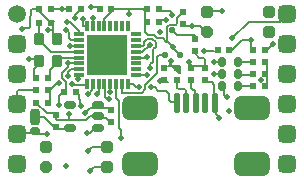
<source format=gtl>
G04*
G04 #@! TF.GenerationSoftware,Altium Limited,Altium Designer,20.0.10 (225)*
G04*
G04 Layer_Physical_Order=1*
G04 Layer_Color=255*
%FSLAX44Y44*%
%MOMM*%
G71*
G01*
G75*
%ADD12C,0.2000*%
%ADD13C,0.1500*%
%ADD15R,0.6000X0.6000*%
%ADD16R,0.6000X0.6000*%
G04:AMPARAMS|DCode=17|XSize=3mm|YSize=2mm|CornerRadius=0.5mm|HoleSize=0mm|Usage=FLASHONLY|Rotation=0.000|XOffset=0mm|YOffset=0mm|HoleType=Round|Shape=RoundedRectangle|*
%AMROUNDEDRECTD17*
21,1,3.0000,1.0000,0,0,0.0*
21,1,2.0000,2.0000,0,0,0.0*
1,1,1.0000,1.0000,-0.5000*
1,1,1.0000,-1.0000,-0.5000*
1,1,1.0000,-1.0000,0.5000*
1,1,1.0000,1.0000,0.5000*
%
%ADD17ROUNDEDRECTD17*%
G04:AMPARAMS|DCode=18|XSize=0.5mm|YSize=1.7mm|CornerRadius=0mm|HoleSize=0mm|Usage=FLASHONLY|Rotation=180.000|XOffset=0mm|YOffset=0mm|HoleType=Round|Shape=Octagon|*
%AMOCTAGOND18*
4,1,8,0.1250,-0.8500,-0.1250,-0.8500,-0.2500,-0.7250,-0.2500,0.7250,-0.1250,0.8500,0.1250,0.8500,0.2500,0.7250,0.2500,-0.7250,0.1250,-0.8500,0.0*
%
%ADD18OCTAGOND18*%

G04:AMPARAMS|DCode=19|XSize=0.5mm|YSize=1.7mm|CornerRadius=0.125mm|HoleSize=0mm|Usage=FLASHONLY|Rotation=180.000|XOffset=0mm|YOffset=0mm|HoleType=Round|Shape=RoundedRectangle|*
%AMROUNDEDRECTD19*
21,1,0.5000,1.4500,0,0,180.0*
21,1,0.2500,1.7000,0,0,180.0*
1,1,0.2500,-0.1250,0.7250*
1,1,0.2500,0.1250,0.7250*
1,1,0.2500,0.1250,-0.7250*
1,1,0.2500,-0.1250,-0.7250*
%
%ADD19ROUNDEDRECTD19*%
G04:AMPARAMS|DCode=20|XSize=1mm|YSize=1mm|CornerRadius=0mm|HoleSize=0mm|Usage=FLASHONLY|Rotation=90.000|XOffset=0mm|YOffset=0mm|HoleType=Round|Shape=Octagon|*
%AMOCTAGOND20*
4,1,8,0.2500,0.5000,-0.2500,0.5000,-0.5000,0.2500,-0.5000,-0.2500,-0.2500,-0.5000,0.2500,-0.5000,0.5000,-0.2500,0.5000,0.2500,0.2500,0.5000,0.0*
%
%ADD20OCTAGOND20*%

G04:AMPARAMS|DCode=21|XSize=1mm|YSize=1mm|CornerRadius=0.25mm|HoleSize=0mm|Usage=FLASHONLY|Rotation=90.000|XOffset=0mm|YOffset=0mm|HoleType=Round|Shape=RoundedRectangle|*
%AMROUNDEDRECTD21*
21,1,1.0000,0.5000,0,0,90.0*
21,1,0.5000,1.0000,0,0,90.0*
1,1,0.5000,0.2500,0.2500*
1,1,0.5000,0.2500,-0.2500*
1,1,0.5000,-0.2500,-0.2500*
1,1,0.5000,-0.2500,0.2500*
%
%ADD21ROUNDEDRECTD21*%
G04:AMPARAMS|DCode=22|XSize=0.3mm|YSize=0.9mm|CornerRadius=0.075mm|HoleSize=0mm|Usage=FLASHONLY|Rotation=90.000|XOffset=0mm|YOffset=0mm|HoleType=Round|Shape=RoundedRectangle|*
%AMROUNDEDRECTD22*
21,1,0.3000,0.7500,0,0,90.0*
21,1,0.1500,0.9000,0,0,90.0*
1,1,0.1500,0.3750,0.0750*
1,1,0.1500,0.3750,-0.0750*
1,1,0.1500,-0.3750,-0.0750*
1,1,0.1500,-0.3750,0.0750*
%
%ADD22ROUNDEDRECTD22*%
G04:AMPARAMS|DCode=23|XSize=0.3mm|YSize=0.9mm|CornerRadius=0.075mm|HoleSize=0mm|Usage=FLASHONLY|Rotation=180.000|XOffset=0mm|YOffset=0mm|HoleType=Round|Shape=RoundedRectangle|*
%AMROUNDEDRECTD23*
21,1,0.3000,0.7500,0,0,180.0*
21,1,0.1500,0.9000,0,0,180.0*
1,1,0.1500,-0.0750,0.3750*
1,1,0.1500,0.0750,0.3750*
1,1,0.1500,0.0750,-0.3750*
1,1,0.1500,-0.0750,-0.3750*
%
%ADD23ROUNDEDRECTD23*%
%ADD24R,3.4000X3.4000*%
G04:AMPARAMS|DCode=25|XSize=0.6mm|YSize=0.8mm|CornerRadius=0.15mm|HoleSize=0mm|Usage=FLASHONLY|Rotation=180.000|XOffset=0mm|YOffset=0mm|HoleType=Round|Shape=RoundedRectangle|*
%AMROUNDEDRECTD25*
21,1,0.6000,0.5000,0,0,180.0*
21,1,0.3000,0.8000,0,0,180.0*
1,1,0.3000,-0.1500,0.2500*
1,1,0.3000,0.1500,0.2500*
1,1,0.3000,0.1500,-0.2500*
1,1,0.3000,-0.1500,-0.2500*
%
%ADD25ROUNDEDRECTD25*%
G04:AMPARAMS|DCode=26|XSize=0.7mm|YSize=0.8mm|CornerRadius=0.175mm|HoleSize=0mm|Usage=FLASHONLY|Rotation=270.000|XOffset=0mm|YOffset=0mm|HoleType=Round|Shape=RoundedRectangle|*
%AMROUNDEDRECTD26*
21,1,0.7000,0.4500,0,0,270.0*
21,1,0.3500,0.8000,0,0,270.0*
1,1,0.3500,-0.2250,-0.1750*
1,1,0.3500,-0.2250,0.1750*
1,1,0.3500,0.2250,0.1750*
1,1,0.3500,0.2250,-0.1750*
%
%ADD26ROUNDEDRECTD26*%
G04:AMPARAMS|DCode=27|XSize=1.35mm|YSize=0.8mm|CornerRadius=0.2mm|HoleSize=0mm|Usage=FLASHONLY|Rotation=270.000|XOffset=0mm|YOffset=0mm|HoleType=Round|Shape=RoundedRectangle|*
%AMROUNDEDRECTD27*
21,1,1.3500,0.4000,0,0,270.0*
21,1,0.9500,0.8000,0,0,270.0*
1,1,0.4000,-0.2000,-0.4750*
1,1,0.4000,-0.2000,0.4750*
1,1,0.4000,0.2000,0.4750*
1,1,0.4000,0.2000,-0.4750*
%
%ADD27ROUNDEDRECTD27*%
G04:AMPARAMS|DCode=28|XSize=0.5mm|YSize=0.5mm|CornerRadius=0.125mm|HoleSize=0mm|Usage=FLASHONLY|Rotation=180.000|XOffset=0mm|YOffset=0mm|HoleType=Round|Shape=RoundedRectangle|*
%AMROUNDEDRECTD28*
21,1,0.5000,0.2500,0,0,180.0*
21,1,0.2500,0.5000,0,0,180.0*
1,1,0.2500,-0.1250,0.1250*
1,1,0.2500,0.1250,0.1250*
1,1,0.2500,0.1250,-0.1250*
1,1,0.2500,-0.1250,-0.1250*
%
%ADD28ROUNDEDRECTD28*%
G04:AMPARAMS|DCode=29|XSize=1mm|YSize=0.9mm|CornerRadius=0.225mm|HoleSize=0mm|Usage=FLASHONLY|Rotation=90.000|XOffset=0mm|YOffset=0mm|HoleType=Round|Shape=RoundedRectangle|*
%AMROUNDEDRECTD29*
21,1,1.0000,0.4500,0,0,90.0*
21,1,0.5500,0.9000,0,0,90.0*
1,1,0.4500,0.2250,0.2750*
1,1,0.4500,0.2250,-0.2750*
1,1,0.4500,-0.2250,-0.2750*
1,1,0.4500,-0.2250,0.2750*
%
%ADD29ROUNDEDRECTD29*%
G04:AMPARAMS|DCode=30|XSize=0.6mm|YSize=1mm|CornerRadius=0.15mm|HoleSize=0mm|Usage=FLASHONLY|Rotation=90.000|XOffset=0mm|YOffset=0mm|HoleType=Round|Shape=RoundedRectangle|*
%AMROUNDEDRECTD30*
21,1,0.6000,0.7000,0,0,90.0*
21,1,0.3000,1.0000,0,0,90.0*
1,1,0.3000,0.3500,0.1500*
1,1,0.3000,0.3500,-0.1500*
1,1,0.3000,-0.3500,-0.1500*
1,1,0.3000,-0.3500,0.1500*
%
%ADD30ROUNDEDRECTD30*%
G04:AMPARAMS|DCode=31|XSize=1.5mm|YSize=1.5mm|CornerRadius=0.375mm|HoleSize=0mm|Usage=FLASHONLY|Rotation=180.000|XOffset=0mm|YOffset=0mm|HoleType=Round|Shape=RoundedRectangle|*
%AMROUNDEDRECTD31*
21,1,1.5000,0.7500,0,0,180.0*
21,1,0.7500,1.5000,0,0,180.0*
1,1,0.7500,-0.3750,0.3750*
1,1,0.7500,0.3750,0.3750*
1,1,0.7500,0.3750,-0.3750*
1,1,0.7500,-0.3750,-0.3750*
%
%ADD31ROUNDEDRECTD31*%
%ADD32C,1.5000*%
%ADD33C,0.5000*%
%ADD34C,1.2000*%
D12*
X62253Y133257D02*
X62557Y132953D01*
X68547D01*
X69750Y131750D01*
X211858Y65608D02*
Y76500D01*
X211500Y65250D02*
X211858Y65608D01*
X140896Y117250D02*
X155000D01*
X140750Y117396D02*
X140896Y117250D01*
X137700Y77250D02*
Y83108D01*
X129000Y85000D02*
X130006Y86006D01*
X136750Y77250D02*
X137700D01*
X127454Y83108D02*
X137700D01*
X130006Y86006D02*
Y87504D01*
X127450Y83104D02*
X127454Y83108D01*
X129000Y85000D02*
X136750Y77250D01*
X132000Y99000D02*
Y99750D01*
X73950Y123346D02*
X82354Y131750D01*
X132000Y99000D02*
X136508Y94492D01*
Y93924D02*
X137854Y92578D01*
X108342Y112086D02*
Y130000D01*
X95000Y131750D02*
X108092D01*
X136508Y93924D02*
Y94492D01*
X107342Y131000D02*
X108342Y130000D01*
X127684Y104066D02*
X132000Y99750D01*
X126066Y104066D02*
X127684D01*
X211750Y76500D02*
Y86442D01*
X35500Y58104D02*
X41000Y63604D01*
X6492Y26892D02*
X16108D01*
X0Y20400D02*
X6492Y26892D01*
X53753Y49252D02*
X54500Y50000D01*
X53179Y50321D02*
X53750Y49750D01*
X50000Y61000D02*
X52000Y59000D01*
Y55817D02*
Y59000D01*
Y55817D02*
X53179Y54638D01*
Y50321D02*
Y54638D01*
X145750Y85544D02*
Y87000D01*
Y85544D02*
X146250Y85044D01*
X146257Y85051D01*
X216750Y102255D02*
X217011D01*
X197251Y66249D02*
X197500Y66000D01*
X186853Y66249D02*
X197251D01*
X49326Y124330D02*
Y126826D01*
X48752Y123756D02*
X49326Y124330D01*
X55450Y117700D02*
Y123500D01*
X44502Y120756D02*
X51950Y113308D01*
X42502Y120756D02*
X44502D01*
X63983Y120069D02*
Y123750D01*
X51950Y110500D02*
Y113308D01*
X18452Y131298D02*
X19250Y130500D01*
X12672Y131650D02*
X18804D01*
X11500Y130478D02*
X12672Y131650D01*
X11500Y126204D02*
Y130478D01*
X10500Y125204D02*
X11500Y126204D01*
X49326Y126826D02*
X54250Y131750D01*
X24896Y43354D02*
X33000D01*
X16000Y52250D02*
X24896Y43354D01*
X27558Y52504D02*
Y62750D01*
X33811Y69003D01*
X158200Y83104D02*
Y83104D01*
X150250Y94392D02*
X154105Y90537D01*
X157496D01*
X158750Y89283D01*
Y83104D02*
Y89283D01*
X61950Y-5500D02*
X65450Y-2000D01*
X76250D01*
X60125Y11625D02*
X60125D01*
X60000Y11750D02*
X60125Y11625D01*
X60000Y11500D02*
X63500Y15000D01*
X76250D01*
X4500Y114250D02*
Y114500D01*
X5500Y115500D01*
X9750D01*
X82354Y131750D02*
X95000D01*
Y127250D02*
Y131750D01*
X108092D02*
X108342Y132000D01*
X41000Y63604D02*
Y69750D01*
X35500Y50500D02*
Y58104D01*
X56750Y68179D02*
Y68500D01*
X56075Y67503D02*
X57954D01*
X45935Y67814D02*
X46246Y67503D01*
X46554D02*
X56075D01*
X46246D02*
X46554D01*
X57954D02*
X58950Y68500D01*
X46089Y67968D02*
X46554Y67503D01*
X23038Y39854D02*
X33000Y29892D01*
X22196Y39854D02*
X23038D01*
X22175Y39875D02*
X22196Y39854D01*
X15000Y39875D02*
X22175D01*
X43892Y29892D02*
X44250Y30250D01*
X33000Y29892D02*
X43892D01*
X44250Y37397D02*
X44397Y37250D01*
X44250D02*
X44397D01*
X33000Y38250D02*
Y43354D01*
X34000Y37250D02*
X44250D01*
X33000Y38250D02*
X34000Y37250D01*
X68700Y39000D02*
X74846D01*
X61821Y40750D02*
X68500D01*
Y40750D02*
X68750D01*
X44397Y37250D02*
X58321D01*
X61821Y40750D01*
X44250Y37397D02*
Y43000D01*
X51753Y72503D02*
Y75288D01*
X51750Y75290D02*
X51753Y75288D01*
X51750Y75290D02*
X51753Y75293D01*
X51750Y75295D02*
X51753Y75293D01*
X38250Y73076D02*
Y77815D01*
Y73076D02*
X40252Y71074D01*
Y70677D02*
Y71074D01*
Y70677D02*
X41090Y69840D01*
X33811Y69003D02*
X35252D01*
X16108Y26892D02*
X17000Y26000D01*
X15000Y28000D02*
X16108Y26892D01*
X17000Y26000D02*
X25000D01*
X86200Y30500D02*
Y53786D01*
X86250Y30500D02*
X87500Y29250D01*
Y22500D02*
Y29250D01*
X155000Y117250D02*
X161000Y111250D01*
X198146Y105587D02*
Y105646D01*
Y96250D02*
Y105587D01*
Y105646D02*
X198250Y105750D01*
X181000Y96000D02*
Y96250D01*
X211608Y97108D02*
X216750Y102250D01*
X211608Y96250D02*
Y97108D01*
X18842Y85842D02*
Y86658D01*
X16500Y89000D02*
X18842Y86658D01*
Y85842D02*
X19250Y86250D01*
X14142Y81142D02*
X18842Y85842D01*
X14142Y73500D02*
Y81142D01*
X51750Y75300D02*
X51753Y75298D01*
X51750Y75295D02*
X51753Y75298D01*
X211750Y86442D02*
X211808Y86500D01*
X27179Y121500D02*
X30808D01*
X19250Y129429D02*
X27179Y121500D01*
X19250Y129429D02*
Y130500D01*
X120972Y70753D02*
X121006D01*
X119861Y69642D02*
X120972Y70753D01*
X119861Y69642D02*
X127450D01*
X148200Y83108D02*
X158196D01*
X146257Y85051D02*
X148200Y83108D01*
X63503Y118055D02*
X64004Y117554D01*
X83950Y56036D02*
Y68500D01*
Y56036D02*
X86200Y53786D01*
X78754Y61503D02*
Y68304D01*
X74846Y39000D02*
X79700Y34146D01*
X123382Y106750D02*
X126066Y104066D01*
X78754Y68304D02*
X78950Y68500D01*
X115924Y109505D02*
X118679Y106750D01*
X110923Y109505D02*
X115924D01*
X108342Y112086D02*
X110923Y109505D01*
X118679Y106750D02*
X123382D01*
X173500Y129500D02*
X173750Y129750D01*
X158950Y129500D02*
X173500D01*
X60000Y11500D02*
Y11750D01*
X158196Y83108D02*
X158200Y83104D01*
X51750Y75300D02*
X51950Y75500D01*
X30622Y108878D02*
Y114000D01*
X25950Y114250D02*
X26200Y114000D01*
X30622D01*
Y108878D02*
X34200Y105300D01*
X186804Y86500D02*
X186804Y86500D01*
X198346D01*
X186804Y75500D02*
X198450D01*
X88950Y117500D02*
X88950Y117500D01*
X43200Y85500D02*
X51950D01*
X30622Y114000D02*
Y121500D01*
X43200Y82765D02*
Y85500D01*
X63950Y117500D02*
X64004Y117554D01*
X55650Y117500D02*
X58950D01*
X55450Y117700D02*
X55650Y117500D01*
X73950D02*
Y123346D01*
X158200Y69642D02*
X164796D01*
X166950Y67488D01*
X38250Y77815D02*
X43200Y82765D01*
X168000Y42370D02*
X170812Y39558D01*
X168000Y42370D02*
Y54250D01*
X166950D02*
Y67488D01*
X10000Y89000D02*
X16500D01*
X181000Y96250D02*
X190337Y105587D01*
X198146D01*
X9750Y115500D02*
X10500Y116250D01*
Y125204D01*
D13*
X126500Y110812D02*
Y116360D01*
Y110812D02*
X126882Y110430D01*
Y104882D02*
Y110430D01*
X126066Y104066D02*
X126882Y104882D01*
X121804Y121561D02*
X122500Y122257D01*
X126500Y116360D02*
X128550Y118410D01*
X133950D02*
X134180Y118180D01*
X122500Y122257D02*
X125764D01*
X128550Y118410D02*
X133950D01*
X121804Y120500D02*
Y121561D01*
X134180Y118180D02*
X135500Y119500D01*
Y123750D01*
X140750Y129000D01*
X135500Y109250D02*
X150250D01*
X134250Y110500D02*
X135500Y109250D01*
X132450Y112160D02*
X134180Y110430D01*
X129500Y130000D02*
X131506Y127994D01*
X121804Y130000D02*
X129500D01*
X131506Y126756D02*
Y127994D01*
X174250Y88054D02*
X174573Y87731D01*
X166250Y86500D02*
X173340D01*
X165750D02*
X166250D01*
X165500Y86250D02*
X166250D01*
X173340Y86500D02*
X173341Y86499D01*
X165500Y86250D02*
X165750Y86500D01*
X158500Y96250D02*
X166250D01*
X41700Y114250D02*
X44200Y111750D01*
X44502Y100255D02*
X44747Y100500D01*
X28500Y95500D02*
X51950D01*
X37927Y131650D02*
X42546D01*
X28804D02*
X37927D01*
X42546D02*
X42646Y131750D01*
X15700Y62750D02*
X15700Y62750D01*
X1000Y62750D02*
X15700D01*
X18700Y105300D02*
X28500Y95500D01*
X118000Y90750D02*
X119828Y92578D01*
X124900D01*
X118000Y77083D02*
Y90750D01*
X108195Y67278D02*
X118000Y77083D01*
X150788Y53462D02*
Y62000D01*
X149538Y63250D02*
X150788Y62000D01*
X149000Y63250D02*
X149538D01*
X136750Y64000D02*
X141750D01*
X135700Y65050D02*
Y69646D01*
X143250Y52000D02*
Y62500D01*
X141750Y64000D02*
X143250Y62500D01*
X135700Y65050D02*
X136750Y64000D01*
X147250Y65000D02*
X149000Y63250D01*
X147250Y65000D02*
Y69646D01*
X0Y50800D02*
Y61750D01*
X1000Y62750D01*
X196000Y121000D02*
X222600D01*
X228600Y127000D01*
X44200Y106750D02*
Y111750D01*
X66500Y31250D02*
X68750D01*
X62000Y26750D02*
X66500Y31250D01*
X59000Y26750D02*
X62000D01*
X43450Y74947D02*
Y78018D01*
X43250Y78218D02*
X43450Y78018D01*
X63725Y68275D02*
X63950Y68500D01*
X61000Y60000D02*
X63750Y62750D01*
Y68250D01*
X59858Y60000D02*
X61000D01*
X74254Y56753D02*
X76003Y55003D01*
X77754D01*
X32304Y84304D02*
Y84904D01*
X34200Y86800D02*
X37900Y90500D01*
X32304Y84304D02*
X34750Y86750D01*
X27604Y79604D02*
X32304Y84304D01*
X27604Y73500D02*
Y79604D01*
X108195Y63570D02*
Y67278D01*
X105413Y60788D02*
X108195Y63570D01*
X88962Y60788D02*
X105413D01*
X112892Y81500D02*
Y84892D01*
X109250Y90500D02*
X109750Y91000D01*
X116565Y65253D02*
X119568Y62250D01*
X113256Y65253D02*
X116565D01*
X126260Y62250D02*
X128593Y59917D01*
X119568Y62250D02*
X126260D01*
X100950Y75500D02*
X109700D01*
X100712Y65538D02*
X103445D01*
X97750Y68500D02*
X100712Y65538D01*
X88950Y60800D02*
X88962Y60788D01*
X68950Y60003D02*
Y68500D01*
X166250Y96250D02*
X166500Y96000D01*
X166750Y76500D02*
X172342D01*
X61608Y47608D02*
X79700D01*
X74003Y57003D02*
X74254Y56753D01*
X88950Y60800D02*
Y68500D01*
X74254Y56753D02*
X74256Y56750D01*
X74003Y57003D02*
Y64721D01*
X73879Y64846D02*
X74003Y64721D01*
X73879Y64846D02*
Y68429D01*
X44747Y100500D02*
X51950D01*
X172342Y76500D02*
X172500Y76342D01*
X73879Y68429D02*
X73950Y68500D01*
X117312Y99844D02*
Y103521D01*
X110288Y106255D02*
X114578D01*
X117312Y103521D01*
X100950Y100500D02*
X106572D01*
X107506Y101434D01*
Y103473D01*
X110288Y106255D01*
X115000Y97532D02*
X117312Y99844D01*
X112113Y101505D02*
X112255D01*
X106108Y95500D02*
X112113Y101505D01*
X115000Y87000D02*
Y97532D01*
X112892Y84892D02*
X115000Y87000D01*
X100950Y90500D02*
X109250D01*
X100950Y95500D02*
X106108D01*
X37900Y90500D02*
X51950D01*
X93950Y68500D02*
X93950Y68500D01*
X45450Y105500D02*
X51950D01*
X44200Y106750D02*
X45450Y105500D01*
X17346Y121500D02*
X18700Y120146D01*
Y105300D02*
Y120146D01*
X32304Y84904D02*
X34200Y86800D01*
X43250Y78218D02*
X45532Y80500D01*
X51950D01*
X78593Y46501D02*
X79700Y47608D01*
X172500Y75500D02*
Y76342D01*
X150788Y53462D02*
X151000Y53250D01*
X134950Y53300D02*
X135000Y53250D01*
X129835D02*
X135000D01*
X173342Y86500D02*
X174573Y87731D01*
X93950Y68500D02*
X97750D01*
X57753Y43752D02*
X61608Y47608D01*
X128593Y54493D02*
Y59917D01*
Y54493D02*
X129835Y53250D01*
X175342Y58908D02*
Y66500D01*
Y58908D02*
X177500Y56750D01*
X120750Y111750D02*
X120910Y111910D01*
X182000Y107000D02*
X196000Y121000D01*
D15*
X33000Y41750D02*
D03*
Y31750D02*
D03*
X79700Y35750D02*
D03*
Y45750D02*
D03*
X158750Y81500D02*
D03*
Y71500D02*
D03*
X124500Y81500D02*
D03*
Y71500D02*
D03*
X150250Y106250D02*
D03*
Y96250D02*
D03*
X140750Y119000D02*
D03*
Y129000D02*
D03*
X135700Y71250D02*
D03*
Y81250D02*
D03*
X147250Y71250D02*
D03*
Y81250D02*
D03*
D16*
X26000Y73500D02*
D03*
X16000D02*
D03*
X18750Y119500D02*
D03*
X28750D02*
D03*
X40000Y61000D02*
D03*
X50000D02*
D03*
X79750Y131750D02*
D03*
X69750D02*
D03*
X28804Y131650D02*
D03*
X18804D02*
D03*
X26000Y52250D02*
D03*
X16000D02*
D03*
X15700Y62750D02*
D03*
X25700D02*
D03*
X200000Y96750D02*
D03*
X210000D02*
D03*
X179750D02*
D03*
X169750D02*
D03*
X199950Y86500D02*
D03*
X209950D02*
D03*
X200000Y76500D02*
D03*
X210000D02*
D03*
X120250Y120250D02*
D03*
X110250D02*
D03*
X120200Y132000D02*
D03*
X110200D02*
D03*
X200000Y66250D02*
D03*
X210000D02*
D03*
X44250Y131750D02*
D03*
X54250D02*
D03*
D17*
X103900Y500D02*
D03*
Y48000D02*
D03*
X198600Y500D02*
D03*
Y48000D02*
D03*
D18*
X135250Y52000D02*
D03*
D19*
X151250D02*
D03*
X143250D02*
D03*
X159250D02*
D03*
X167250D02*
D03*
D20*
X24250Y-2000D02*
D03*
X161000Y112250D02*
D03*
D21*
X24250Y15000D02*
D03*
X76250Y-2000D02*
D03*
Y15000D02*
D03*
X161000Y129250D02*
D03*
X213000Y112250D02*
D03*
Y129250D02*
D03*
D22*
X51950Y80500D02*
D03*
Y75500D02*
D03*
Y85500D02*
D03*
Y95500D02*
D03*
Y90500D02*
D03*
Y105500D02*
D03*
Y110500D02*
D03*
Y100500D02*
D03*
X100950Y75500D02*
D03*
Y80500D02*
D03*
Y85500D02*
D03*
Y95500D02*
D03*
Y90500D02*
D03*
Y110500D02*
D03*
Y100500D02*
D03*
Y105500D02*
D03*
D23*
X63950Y68500D02*
D03*
X58950D02*
D03*
Y117500D02*
D03*
X68950D02*
D03*
X63950D02*
D03*
X83950Y68500D02*
D03*
X88950D02*
D03*
X68950D02*
D03*
X78950D02*
D03*
X73950D02*
D03*
X93950D02*
D03*
X88950Y117500D02*
D03*
X93950D02*
D03*
X73950D02*
D03*
X83950D02*
D03*
X78950D02*
D03*
D24*
X76450Y93000D02*
D03*
D25*
X173391Y66249D02*
D03*
X186853D02*
D03*
X173341Y76499D02*
D03*
X186803D02*
D03*
X173341Y86499D02*
D03*
X186803D02*
D03*
D26*
X15000Y28125D02*
D03*
D27*
Y39875D02*
D03*
D28*
X124900Y92578D02*
D03*
X137854D02*
D03*
X131250Y113660D02*
D03*
D29*
X18250Y87750D02*
D03*
Y106250D02*
D03*
X33750D02*
D03*
Y87750D02*
D03*
D30*
X44750Y50250D02*
D03*
X68750D02*
D03*
Y40750D02*
D03*
Y31250D02*
D03*
X44750D02*
D03*
D31*
X0Y0D02*
D03*
Y25400D02*
D03*
Y50800D02*
D03*
Y101600D02*
D03*
Y76200D02*
D03*
X228600Y0D02*
D03*
Y25400D02*
D03*
Y50800D02*
D03*
Y76200D02*
D03*
Y101600D02*
D03*
Y127000D02*
D03*
D32*
X0D02*
D03*
D33*
X62253Y133257D02*
D03*
X206760Y71253D02*
D03*
X147948Y117250D02*
D03*
X130006Y87504D02*
D03*
X125764Y122257D02*
D03*
X131506Y126756D02*
D03*
X132000Y99750D02*
D03*
X166250Y86500D02*
D03*
X145750Y87000D02*
D03*
X158500Y96250D02*
D03*
X217011Y102255D02*
D03*
X55450Y123500D02*
D03*
X41700Y114250D02*
D03*
X42502Y120756D02*
D03*
X48752Y123756D02*
D03*
X63983Y123750D02*
D03*
X44502Y100255D02*
D03*
X37927Y131650D02*
D03*
X4500Y114500D02*
D03*
X95000Y127250D02*
D03*
X44250Y43000D02*
D03*
X51753Y72503D02*
D03*
X46089Y67968D02*
D03*
X43450Y74947D02*
D03*
X35252Y69003D02*
D03*
X77754Y55003D02*
D03*
X59858Y60000D02*
D03*
X87500Y22500D02*
D03*
X25000Y26000D02*
D03*
X35500Y50500D02*
D03*
X121006Y70753D02*
D03*
X112892Y81500D02*
D03*
X109750Y91000D02*
D03*
X113256Y65253D02*
D03*
X109700Y75500D02*
D03*
X103445Y65538D02*
D03*
X68003Y60003D02*
D03*
X53753Y49252D02*
D03*
X78754Y61503D02*
D03*
X166750Y76500D02*
D03*
X112255Y101505D02*
D03*
X179000Y45250D02*
D03*
X41000Y-1500D02*
D03*
X173750Y129750D02*
D03*
X177500Y56750D02*
D03*
X60000Y11500D02*
D03*
X83754Y86504D02*
D03*
X43200Y85500D02*
D03*
X26200Y114000D02*
D03*
X61950Y-5500D02*
D03*
X66200Y85500D02*
D03*
X85200Y103500D02*
D03*
X66200Y103750D02*
D03*
X198250Y105587D02*
D03*
X59000Y26750D02*
D03*
X57753Y43752D02*
D03*
X170812Y39558D02*
D03*
X120750Y111750D02*
D03*
X10000Y89000D02*
D03*
X182000Y107000D02*
D03*
D34*
X207000Y49500D02*
D03*
X95250Y50750D02*
D03*
X206796Y-1378D02*
D03*
X96699Y-1930D02*
D03*
M02*

</source>
